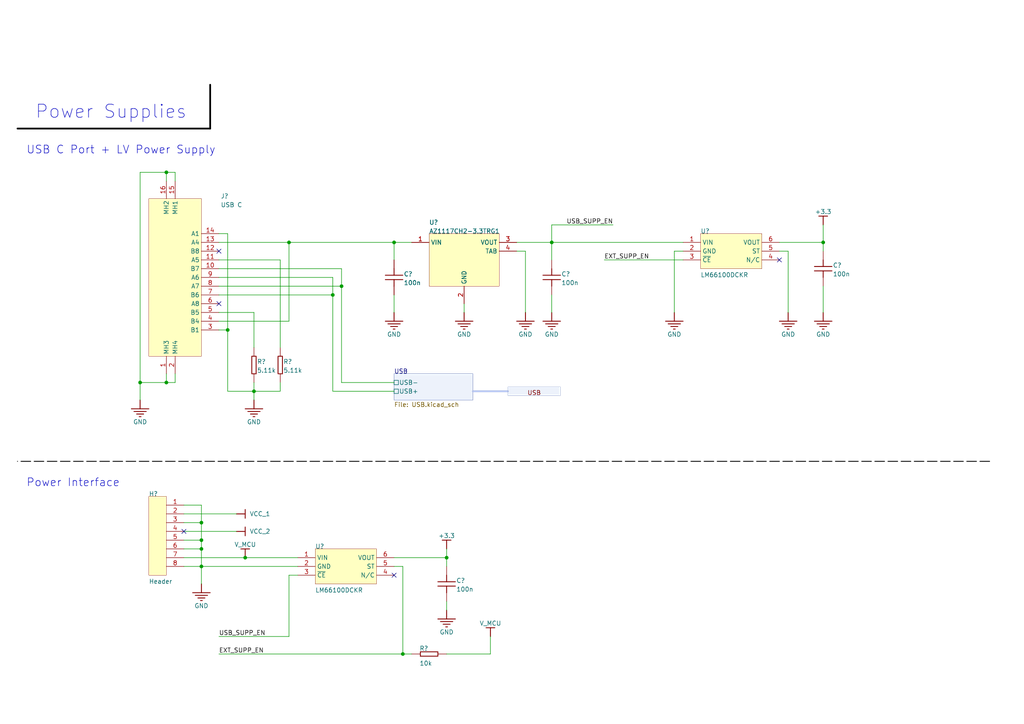
<source format=kicad_sch>
(kicad_sch (version 20231120) (generator "eeschema") (generator_version "8.0")
  (paper "A4")
  (lib_symbols
    (symbol "ESP32_LED_Matrix_Hierarchal-altium-import:+3.3_BAR" (power)
      (property "Reference" "#PWR" (at 0 0 0))
      (property "Value" "+3.3" (at 0 3.81 0))
      (symbol "+3.3_BAR_0_0"
        (polyline (pts (xy -1.27 -2.54) (xy 1.27 -2.54)) (stroke (width 0.254)))
        (polyline (pts (xy 0 0) (xy 0 -2.54)) (stroke (width 0.254)))
        (pin power_in line (at 0 0 0) (length 0) hide (name "+3.3") (number ""))
      )
    )
    (symbol "ESP32_LED_Matrix_Hierarchal-altium-import:GND_POWER_GROUND" (power)
      (property "Reference" "#PWR" (at 0 0 0))
      (property "Value" "GND" (at 0 6.35 0))
      (symbol "GND_POWER_GROUND_0_0"
        (polyline (pts (xy -2.54 -2.54) (xy 2.54 -2.54)) (stroke (width 0.254)))
        (polyline (pts (xy -1.778 -3.302) (xy 1.778 -3.302)) (stroke (width 0.254)))
        (polyline (pts (xy -1.016 -4.064) (xy 1.016 -4.064)) (stroke (width 0.254)))
        (polyline (pts (xy -0.254 -4.826) (xy 0.254 -4.826)) (stroke (width 0.254)))
        (polyline (pts (xy 0 0) (xy 0 -2.54)) (stroke (width 0.254)))
        (pin power_in line (at 0 0 0) (length 0) hide (name "GND") (number ""))
      )
    )
    (symbol "ESP32_LED_Matrix_Hierarchal-altium-import:Power Supply_0_AZ1117CH2-3.3TRG1_1"
      (symbol "Power Supply_0_AZ1117CH2-3.3TRG1_1_1_0"
        (rectangle (start 25.4 2.54) (end 5.08 -12.7) (stroke (width 0.0254) (color 128 0 0 1)) (fill (type background)))
        (pin passive line (at 0 0 0) (length 5.08) (name "VIN") (number "1"))
        (pin passive line (at 15.24 -17.78 90) (length 5.08) (name "GND") (number "2"))
        (pin passive line (at 30.48 0 180) (length 5.08) (name "VOUT") (number "3"))
        (pin passive line (at 30.48 -2.54 180) (length 5.08) (name "TAB") (number "4"))
      )
    )
    (symbol "ESP32_LED_Matrix_Hierarchal-altium-import:Power Supply_0_Capacitor - Non Polarized"
      (symbol "Power Supply_0_Capacitor - Non Polarized_1_0"
        (polyline (pts (xy -2.54 -4.445) (xy 2.54 -4.445)) (stroke (width 0.254)))
        (polyline (pts (xy 0 -7.62) (xy 0 -5.715)) (stroke (width 0.254)))
        (polyline (pts (xy 0 -2.54) (xy 0 -4.445)) (stroke (width 0.254)))
        (polyline (pts (xy 2.54 -5.715) (xy -2.54 -5.715)) (stroke (width 0.254)))
        (pin passive line (at 0 0 270) (length 2.54) (name "") (number "1"))
        (pin passive line (at 0 -10.16 90) (length 2.54) (name "") (number "2"))
      )
    )
    (symbol "ESP32_LED_Matrix_Hierarchal-altium-import:Power Supply_0_LM66100DCKR"
      (symbol "Power Supply_0_LM66100DCKR_1_0"
        (rectangle (start 22.86 2.54) (end 5.08 -7.62) (stroke (width 0.0254) (color 128 0 0 1)) (fill (type background)))
        (pin passive line (at 0 0 0) (length 5.08) (name "VIN") (number "1"))
        (pin passive line (at 0 -2.54 0) (length 5.08) (name "GND") (number "2"))
        (pin passive line (at 0 -5.08 0) (length 5.08) (name "~{CE}") (number "3"))
        (pin passive line (at 27.94 -5.08 180) (length 5.08) (name "N/C") (number "4"))
        (pin passive line (at 27.94 -2.54 180) (length 5.08) (name "ST") (number "5"))
        (pin passive line (at 27.94 0 180) (length 5.08) (name "VOUT") (number "6"))
      )
    )
    (symbol "ESP32_LED_Matrix_Hierarchal-altium-import:Power Supply_0_USB Type C Connector 12 Pin"
      (symbol "Power Supply_0_USB Type C Connector 12 Pin_1_0"
        (rectangle (start 15.24 -5.08) (end 0 -50.8) (stroke (width 0.0254) (color 128 0 0 1)) (fill (type background)))
        (pin passive line (at 5.08 -55.88 90) (length 5.08) (name "MH3") (number "1"))
        (pin passive line (at 20.32 -25.4 180) (length 5.08) (name "B7") (number "10"))
        (pin passive line (at 20.32 -22.86 180) (length 5.08) (name "A5") (number "11"))
        (pin passive line (at 20.32 -20.32 180) (length 5.08) (name "B8") (number "12"))
        (pin passive line (at 20.32 -17.78 180) (length 5.08) (name "A4") (number "13"))
        (pin passive line (at 20.32 -15.24 180) (length 5.08) (name "A1") (number "14"))
        (pin passive line (at 7.62 0 270) (length 5.08) (name "MH1") (number "15"))
        (pin passive line (at 5.08 0 270) (length 5.08) (name "MH2") (number "16"))
        (pin passive line (at 7.62 -55.88 90) (length 5.08) (name "MH4") (number "2"))
        (pin passive line (at 20.32 -43.18 180) (length 5.08) (name "B1") (number "3"))
        (pin passive line (at 20.32 -40.64 180) (length 5.08) (name "B4") (number "4"))
        (pin passive line (at 20.32 -38.1 180) (length 5.08) (name "B5") (number "5"))
        (pin passive line (at 20.32 -35.56 180) (length 5.08) (name "A8") (number "6"))
        (pin passive line (at 20.32 -33.02 180) (length 5.08) (name "B6") (number "7"))
        (pin passive line (at 20.32 -30.48 180) (length 5.08) (name "A7") (number "8"))
        (pin passive line (at 20.32 -27.94 180) (length 5.08) (name "A6") (number "9"))
      )
    )
    (symbol "ESP32_LED_Matrix_Hierarchal-altium-import:Power Supply_0_mirrored_8-Pin Header"
      (symbol "Power Supply_0_mirrored_8-Pin Header_1_0"
        (rectangle (start -5.08 2.54) (end -10.16 -20.32) (stroke (width 0.0254) (color 128 0 0 1)) (fill (type background)))
        (pin passive line (at 0 0 180) (length 5.08) (name "") (number "1"))
        (pin passive line (at 0 -2.54 180) (length 5.08) (name "") (number "2"))
        (pin passive line (at 0 -5.08 180) (length 5.08) (name "") (number "3"))
        (pin passive line (at 0 -7.62 180) (length 5.08) (name "") (number "4"))
        (pin passive line (at 0 -10.16 180) (length 5.08) (name "") (number "5"))
        (pin passive line (at 0 -12.7 180) (length 5.08) (name "") (number "6"))
        (pin passive line (at 0 -15.24 180) (length 5.08) (name "") (number "7"))
        (pin passive line (at 0 -17.78 180) (length 5.08) (name "") (number "8"))
      )
    )
    (symbol "ESP32_LED_Matrix_Hierarchal-altium-import:Power Supply_1_Resistor"
      (symbol "Power Supply_1_Resistor_1_0"
        (polyline (pts (xy 2.54 -0.635) (xy 2.54 0.635) (xy 7.62 0.635) (xy 7.62 -0.635) (xy 2.54 -0.635)) (stroke (width 0.254)))
        (pin passive line (at 0 0 0) (length 2.54) (name "") (number "1"))
        (pin passive line (at 10.16 0 180) (length 2.54) (name "") (number "2"))
      )
    )
    (symbol "ESP32_LED_Matrix_Hierarchal-altium-import:Power Supply_2_Resistor"
      (symbol "Power Supply_2_Resistor_1_0"
        (polyline (pts (xy 0.635 2.54) (xy -0.635 2.54) (xy -0.635 7.62) (xy 0.635 7.62) (xy 0.635 2.54)) (stroke (width 0.254)))
        (pin passive line (at 0 0 90) (length 2.54) (name "") (number "1"))
        (pin passive line (at 0 10.16 270) (length 2.54) (name "") (number "2"))
      )
    )
    (symbol "ESP32_LED_Matrix_Hierarchal-altium-import:VCC_1_BAR" (power)
      (property "Reference" "#PWR" (at 0 0 0))
      (property "Value" "VCC_1" (at 0 3.81 0))
      (symbol "VCC_1_BAR_0_0"
        (polyline (pts (xy -1.27 -2.54) (xy 1.27 -2.54)) (stroke (width 0.254)))
        (polyline (pts (xy 0 0) (xy 0 -2.54)) (stroke (width 0.254)))
        (pin power_in line (at 0 0 0) (length 0) hide (name "VCC_1") (number ""))
      )
    )
    (symbol "ESP32_LED_Matrix_Hierarchal-altium-import:VCC_2_BAR" (power)
      (property "Reference" "#PWR" (at 0 0 0))
      (property "Value" "VCC_2" (at 0 3.81 0))
      (symbol "VCC_2_BAR_0_0"
        (polyline (pts (xy -1.27 -2.54) (xy 1.27 -2.54)) (stroke (width 0.254)))
        (polyline (pts (xy 0 0) (xy 0 -2.54)) (stroke (width 0.254)))
        (pin power_in line (at 0 0 0) (length 0) hide (name "VCC_2") (number ""))
      )
    )
    (symbol "ESP32_LED_Matrix_Hierarchal-altium-import:V_MCU_BAR" (power)
      (property "Reference" "#PWR" (at 0 0 0))
      (property "Value" "V_MCU" (at 0 3.81 0))
      (symbol "V_MCU_BAR_0_0"
        (polyline (pts (xy -1.27 -2.54) (xy 1.27 -2.54)) (stroke (width 0.254)))
        (polyline (pts (xy 0 0) (xy 0 -2.54)) (stroke (width 0.254)))
        (pin power_in line (at 0 0 0) (length 0) hide (name "V_MCU") (number ""))
      )
    )
  )
  (junction (at 99.06 83.0072))
  (junction (at 40.64 110.9472))
  (junction (at 48.26 49.9872))
  (junction (at 116.84 189.6872))
  (junction (at 129.54 161.7472))
  (junction (at 160.02 70.3072))
  (junction (at 114.3 70.3072))
  (junction (at 66.04 95.7072))
  (junction (at 83.82 70.3072))
  (junction (at 73.66 113.4872))
  (junction (at 238.76 70.3072))
  (junction (at 58.42 159.2072))
  (junction (at 96.52 85.5472))
  (junction (at 58.42 156.6672))
  (junction (at 58.42 151.5872))
  (junction (at 58.42 164.2872))
  (junction (at 71.12 161.7472))
  (junction (at 48.26 110.9472))
  (no_connect (at 226.06 75.3872))
  (no_connect (at 114.3 166.8272))
  (no_connect (at 53.34 154.1272))
  (no_connect (at 63.5 72.8472))
  (no_connect (at 63.5 88.0872))
  (wire (pts (xy 114.3 70.3072) (xy 83.82 70.3072)))
  (wire (pts (xy 83.82 184.6072) (xy 83.82 166.8272)))
  (wire (pts (xy 114.3 70.3072) (xy 114.3 75.3872)))
  (wire (pts (xy 83.82 70.3072) (xy 63.5 70.3072)))
  (wire (pts (xy 114.3 164.2872) (xy 116.84 164.2872)))
  (wire (pts (xy 228.6 72.8472) (xy 228.6 90.6272)))
  (wire (pts (xy 114.3 85.5472) (xy 114.3 90.6272)))
  (wire (pts (xy 48.26 49.9872) (xy 48.26 52.5272)))
  (wire (pts (xy 83.82 166.8272) (xy 86.36 166.8272)))
  (wire (pts (xy 160.02 65.2272) (xy 160.02 70.3072)))
  (wire (pts (xy 73.66 100.7872) (xy 73.66 90.6272)))
  (wire (pts (xy 119.38 70.3072) (xy 114.3 70.3072)))
  (wire (pts (xy 53.34 154.1272) (xy 68.58 154.1272)))
  (wire (pts (xy 81.28 110.9472) (xy 81.28 113.4872)))
  (wire (pts (xy 48.26 110.9472) (xy 40.64 110.9472)))
  (wire (pts (xy 53.34 151.5872) (xy 58.42 151.5872)))
  (wire (pts (xy 58.42 159.2072) (xy 58.42 156.6672)))
  (wire (pts (xy 53.34 164.2872) (xy 58.42 164.2872)))
  (wire (pts (xy 63.5 95.7072) (xy 66.04 95.7072)))
  (wire (pts (xy 83.82 70.3072) (xy 83.82 93.1672)))
  (wire (pts (xy 99.06 83.0072) (xy 63.5 83.0072)))
  (wire (pts (xy 238.76 72.8472) (xy 238.76 70.3072)))
  (wire (pts (xy 66.04 95.7072) (xy 66.04 67.7672)))
  (wire (pts (xy 160.02 75.3872) (xy 160.02 70.3072)))
  (wire (pts (xy 63.5 80.4672) (xy 96.52 80.4672)))
  (wire (pts (xy 71.12 161.7472) (xy 86.36 161.7472)))
  (wire (pts (xy 63.5 184.6072) (xy 83.82 184.6072)))
  (wire (pts (xy 53.34 156.6672) (xy 58.42 156.6672)))
  (wire (pts (xy 152.4 90.6272) (xy 152.4 72.8472)))
  (wire (pts (xy 83.82 93.1672) (xy 63.5 93.1672)))
  (wire (pts (xy 58.42 164.2872) (xy 86.36 164.2872)))
  (wire (pts (xy 116.84 189.6872) (xy 63.5 189.6872)))
  (wire (pts (xy 40.64 110.9472) (xy 40.64 116.0272)))
  (wire (pts (xy 160.02 85.5472) (xy 160.02 90.6272)))
  (wire (pts (xy 58.42 159.2072) (xy 53.34 159.2072)))
  (wire (pts (xy 160.02 70.3072) (xy 149.86 70.3072)))
  (wire (pts (xy 195.58 72.8472) (xy 195.58 90.6272)))
  (wire (pts (xy 63.5 75.3872) (xy 81.28 75.3872)))
  (wire (pts (xy 238.76 65.2272) (xy 238.76 70.3072)))
  (wire (pts (xy 96.52 80.4672) (xy 96.52 85.5472)))
  (wire (pts (xy 96.52 85.5472) (xy 63.5 85.5472)))
  (wire (pts (xy 99.06 77.9272) (xy 63.5 77.9272)))
  (polyline (pts (xy 287.02 133.8072) (xy 5.08 133.8072)) (stroke (width 0.254) (type dash) (color 0 0 0 1)))
  (wire (pts (xy 142.24 189.6872) (xy 142.24 184.6072)))
  (polyline (pts (xy 60.96 37.2872) (xy 60.96 24.5872)) (stroke (width 0.508) (type solid) (color 0 0 0 1)))
  (wire (pts (xy 129.54 159.2072) (xy 129.54 161.7472)))
  (wire (pts (xy 81.28 113.4872) (xy 73.66 113.4872)))
  (wire (pts (xy 99.06 83.0072) (xy 99.06 77.9272)))
  (wire (pts (xy 116.84 164.2872) (xy 116.84 189.6872)))
  (wire (pts (xy 160.02 70.3072) (xy 198.12 70.3072)))
  (wire (pts (xy 99.06 110.9472) (xy 99.06 83.0072)))
  (wire (pts (xy 129.54 174.4472) (xy 129.54 176.9872)))
  (wire (pts (xy 66.04 113.4872) (xy 73.66 113.4872)))
  (wire (pts (xy 58.42 156.6672) (xy 58.42 151.5872)))
  (wire (pts (xy 73.66 90.6272) (xy 63.5 90.6272)))
  (wire (pts (xy 226.06 72.8472) (xy 228.6 72.8472)))
  (wire (pts (xy 238.76 83.0072) (xy 238.76 90.6272)))
  (wire (pts (xy 53.34 161.7472) (xy 71.12 161.7472)))
  (wire (pts (xy 198.12 72.8472) (xy 195.58 72.8472)))
  (wire (pts (xy 238.76 70.3072) (xy 226.06 70.3072)))
  (wire (pts (xy 53.34 149.0472) (xy 68.58 149.0472)))
  (wire (pts (xy 81.28 75.3872) (xy 81.28 100.7872)))
  (wire (pts (xy 40.64 110.9472) (xy 40.64 49.9872)))
  (wire (pts (xy 116.84 189.6872) (xy 119.38 189.6872)))
  (wire (pts (xy 58.42 164.2872) (xy 58.42 169.3672)))
  (wire (pts (xy 66.04 95.7072) (xy 66.04 113.4872)))
  (wire (pts (xy 134.62 90.6272) (xy 134.62 88.0872)))
  (wire (pts (xy 73.66 116.0272) (xy 73.66 113.4872)))
  (wire (pts (xy 129.54 189.6872) (xy 142.24 189.6872)))
  (wire (pts (xy 50.8 108.4072) (xy 50.8 110.9472)))
  (wire (pts (xy 73.66 113.4872) (xy 73.66 110.9472)))
  (wire (pts (xy 48.26 49.9872) (xy 50.8 49.9872)))
  (wire (pts (xy 114.3 110.9472) (xy 99.06 110.9472)))
  (wire (pts (xy 96.52 85.5472) (xy 96.52 113.4872)))
  (wire (pts (xy 58.42 146.5072) (xy 53.34 146.5072)))
  (wire (pts (xy 129.54 161.7472) (xy 114.3 161.7472)))
  (wire (pts (xy 129.54 164.2872) (xy 129.54 161.7472)))
  (wire (pts (xy 58.42 164.2872) (xy 58.42 159.2072)))
  (wire (pts (xy 96.52 113.4872) (xy 114.3 113.4872)))
  (wire (pts (xy 152.4 72.8472) (xy 149.86 72.8472)))
  (wire (pts (xy 58.42 151.5872) (xy 58.42 146.5072)))
  (wire (pts (xy 177.8 65.2272) (xy 160.02 65.2272)))
  (wire (pts (xy 40.64 49.9872) (xy 48.26 49.9872)))
  (wire (pts (xy 50.8 49.9872) (xy 50.8 52.5272)))
  (wire (pts (xy 175.26 75.3872) (xy 198.12 75.3872)))
  (wire (pts (xy 50.8 110.9472) (xy 48.26 110.9472)))
  (wire (pts (xy 66.04 67.7672) (xy 63.5 67.7672)))
  (polyline (pts (xy 5.08 37.2872) (xy 60.96 37.2872)) (stroke (width 0.508) (type solid) (color 0 0 0 1)))
  (wire (pts (xy 48.26 110.9472) (xy 48.26 108.4072)))
  (polyline (pts (xy 147.32 113.4872) (xy 137.16 113.4872)) (stroke (width 0.508) (type solid) (color 173 188 231 1)))
  (text_box "USB" (at 147.32 112.2172 0) (size 15.24 2.54) (stroke (width 0.0002) (color 143 158 201 1)) (fill (type color) (color 237 242 251 1)) (effects (font (size 1.27 1.27)) (justify top)))
  (text "Power Interface" (at 7.62 141.4272 0) (effects (font (size 2.286 2.286)) (justify left bottom)))
  (text "USB C Port + LV Power Supply" (at 7.62 44.9072 0) (effects (font (size 2.286 2.286)) (justify left bottom)))
  (text "Power Supplies" (at 10.16 34.7472 0) (effects (font (size 3.81 3.81)) (justify left bottom)))
  (label "EXT_SUPP_EN" (at 175.26 75.3872 0))
  (label "USB_SUPP_EN" (at 177.8 65.2272 180))
  (label "USB_SUPP_EN" (at 63.5 184.6072 0))
  (label "EXT_SUPP_EN" (at 63.5 189.6872 0))
  (symbol (lib_id "ESP32_LED_Matrix_Hierarchal-altium-import:Power Supply_0_AZ1117CH2-3.3TRG1_1") (at 119.38 70.3072 0) (unit 1)
    (property "Reference" "U?" (at 124.46 65.2272 0) (effects (justify left bottom)))
    (property "Value" "AZ1117CH2-3.3TRG1" (at 124.46 67.7672 0) (effects (justify left bottom)))
    (property "Footprint" "SOT223" (effects (hide yes)))
    (property "Description" "3.3V Linear Voltage Regulator" (effects (hide yes)))
  )
  (symbol (lib_id "ESP32_LED_Matrix_Hierarchal-altium-import:GND_POWER_GROUND") (at 195.58 90.6272 0) (unit 1)
    (property "Reference" "#PWR?" (effects (hide yes)))
    (property "Value" "GND" (at 195.58 96.9772 0))
  )
  (symbol (lib_id "ESP32_LED_Matrix_Hierarchal-altium-import:Power Supply_0_Capacitor - Non Polarized") (at 114.3 75.3872 0) (unit 1)
    (property "Reference" "C?" (at 117.094 80.2132 0) (effects (justify left bottom)))
    (property "Value" "100n" (at 117.094 82.7532 0) (effects (justify left bottom)))
    (property "Footprint" "CAP0805" (effects (hide yes)))
    (property "Description" "Non Polarized Capacitor" (effects (hide yes)))
  )
  (symbol (lib_id "ESP32_LED_Matrix_Hierarchal-altium-import:+3.3_BAR") (at 238.76 65.2272 180) (unit 1)
    (property "Reference" "#PWR?" (effects (hide yes)))
    (property "Value" "+3.3" (at 238.76 61.4172 0))
  )
  (symbol (lib_id "ESP32_LED_Matrix_Hierarchal-altium-import:GND_POWER_GROUND") (at 40.64 116.0272 0) (unit 1)
    (property "Reference" "#PWR?" (effects (hide yes)))
    (property "Value" "GND" (at 40.64 122.3772 0))
  )
  (symbol (lib_id "ESP32_LED_Matrix_Hierarchal-altium-import:+3.3_BAR") (at 129.54 159.2072 180) (unit 1)
    (property "Reference" "#PWR?" (effects (hide yes)))
    (property "Value" "+3.3" (at 129.54 155.3972 0))
  )
  (symbol (lib_id "ESP32_LED_Matrix_Hierarchal-altium-import:Power Supply_0_Capacitor - Non Polarized") (at 129.54 164.2872 0) (unit 1)
    (property "Reference" "C?" (at 132.334 169.1132 0) (effects (justify left bottom)))
    (property "Value" "100n" (at 132.334 171.6532 0) (effects (justify left bottom)))
    (property "Footprint" "CAP0805" (effects (hide yes)))
    (property "Description" "Non Polarized Capacitor" (effects (hide yes)))
  )
  (symbol (lib_id "ESP32_LED_Matrix_Hierarchal-altium-import:GND_POWER_GROUND") (at 58.42 169.3672 0) (unit 1)
    (property "Reference" "#PWR?" (effects (hide yes)))
    (property "Value" "GND" (at 58.42 175.7172 0))
  )
  (symbol (lib_id "ESP32_LED_Matrix_Hierarchal-altium-import:GND_POWER_GROUND") (at 238.76 90.6272 0) (unit 1)
    (property "Reference" "#PWR?" (effects (hide yes)))
    (property "Value" "GND" (at 238.76 96.9772 0))
  )
  (symbol (lib_id "ESP32_LED_Matrix_Hierarchal-altium-import:Power Supply_0_USB Type C Connector 12 Pin") (at 43.18 52.5272 0) (unit 1)
    (property "Reference" "J?" (at 64.008 57.6072 0) (effects (justify left bottom)))
    (property "Value" "USB C" (at 64.008 60.1472 0) (effects (justify left bottom)))
    (property "Footprint" "USB TYPE C 12 PIN" (effects (hide yes)))
  )
  (symbol (lib_id "ESP32_LED_Matrix_Hierarchal-altium-import:Power Supply_0_LM66100DCKR") (at 86.36 161.7472 0) (unit 1)
    (property "Reference" "U?" (at 91.44 159.2072 0) (effects (justify left bottom)))
    (property "Value" "LM66100DCKR" (at 91.44 171.9072 0) (effects (justify left bottom)))
    (property "Footprint" "SC70-6" (effects (hide yes)))
    (property "Description" "5.5-V, 1.5-A 79-mΩ, Low IQ Ideal Diode With Input Polarity Protection" (effects (hide yes)))
    (property "DATASHEET LINK" "http://www.ti.com/lit/gpn/LM66100" (effects (hide yes)))
    (property "HEIGHT" "1.1mm" (effects (hide yes)))
    (property "MANUFACTURER_NAME" "Texas Instruments" (effects (hide yes)))
    (property "MANUFACTURER_PART_NUMBER" "LM66100DCKR" (effects (hide yes)))
    (property "MOUSER PART NUMBER" "595-LM66100DCKR" (effects (hide yes)))
    (property "MOUSER PRICE/STOCK" "https://www.mouser.co.uk/ProductDetail/Texas-Instruments/LM66100DCKR?qs=vLWxofP3U2y2yPPrXoBBoA%3D%3D" (effects (hide yes)))
    (property "ARROW PART NUMBER" "LM66100DCKR" (effects (hide yes)))
    (property "ARROW PRICE/STOCK" "https://www.arrow.com/en/products/lm66100dckr/texas-instruments?region=nac" (effects (hide yes)))
  )
  (symbol (lib_id "ESP32_LED_Matrix_Hierarchal-altium-import:V_MCU_BAR") (at 142.24 184.6072 180) (unit 1)
    (property "Reference" "#PWR?" (effects (hide yes)))
    (property "Value" "V_MCU" (at 142.24 180.7972 0))
  )
  (symbol (lib_id "ESP32_LED_Matrix_Hierarchal-altium-import:VCC_1_BAR") (at 68.58 149.0472 90) (unit 1)
    (property "Reference" "#PWR?" (effects (hide yes)))
    (property "Value" "VCC_1" (at 72.39 149.0472 90) (effects (justify right)))
  )
  (symbol (lib_id "ESP32_LED_Matrix_Hierarchal-altium-import:GND_POWER_GROUND") (at 114.3 90.6272 0) (unit 1)
    (property "Reference" "#PWR?" (effects (hide yes)))
    (property "Value" "GND" (at 114.3 96.9772 0))
  )
  (symbol (lib_id "ESP32_LED_Matrix_Hierarchal-altium-import:Power Supply_2_Resistor") (at 73.66 110.9472 0) (unit 1)
    (property "Reference" "R?" (at 74.549 105.6132 0) (effects (justify left bottom)))
    (property "Value" "5.11k" (at 74.549 108.1532 0) (effects (justify left bottom)))
    (property "Footprint" "RESC0805" (effects (hide yes)))
    (property "Description" "Resistor" (effects (hide yes)))
  )
  (symbol (lib_id "ESP32_LED_Matrix_Hierarchal-altium-import:GND_POWER_GROUND") (at 228.6 90.6272 0) (unit 1)
    (property "Reference" "#PWR?" (effects (hide yes)))
    (property "Value" "GND" (at 228.6 96.9772 0))
  )
  (symbol (lib_id "ESP32_LED_Matrix_Hierarchal-altium-import:Power Supply_2_Resistor") (at 81.28 110.9472 0) (unit 1)
    (property "Reference" "R?" (at 82.169 105.6132 0) (effects (justify left bottom)))
    (property "Value" "5.11k" (at 82.169 108.1532 0) (effects (justify left bottom)))
    (property "Footprint" "RESC0805" (effects (hide yes)))
    (property "Description" "Resistor" (effects (hide yes)))
  )
  (symbol (lib_id "ESP32_LED_Matrix_Hierarchal-altium-import:Power Supply_0_mirrored_8-Pin Header") (at 53.34 146.5072 0) (unit 1)
    (property "Reference" "H?" (at 43.18 143.9672 0) (effects (justify left bottom)))
    (property "Value" "Header" (at 43.18 169.3672 0) (effects (justify left bottom)))
    (property "Footprint" "Header_1X8" (effects (hide yes)))
    (property "Description" "8-Pin Header" (effects (hide yes)))
    (property "SYSTEM" "Connector" (effects (hide yes)))
  )
  (symbol (lib_id "ESP32_LED_Matrix_Hierarchal-altium-import:V_MCU_BAR") (at 71.12 161.7472 180) (unit 1)
    (property "Reference" "#PWR?" (effects (hide yes)))
    (property "Value" "V_MCU" (at 71.12 157.9372 0))
  )
  (symbol (lib_id "ESP32_LED_Matrix_Hierarchal-altium-import:Power Supply_0_LM66100DCKR") (at 198.12 70.3072 0) (unit 1)
    (property "Reference" "U?" (at 203.2 67.7672 0) (effects (justify left bottom)))
    (property "Value" "LM66100DCKR" (at 203.2 80.4672 0) (effects (justify left bottom)))
    (property "Footprint" "SC70-6" (effects (hide yes)))
    (property "Description" "5.5-V, 1.5-A 79-mΩ, Low IQ Ideal Diode With Input Polarity Protection" (effects (hide yes)))
    (property "DATASHEET LINK" "http://www.ti.com/lit/gpn/LM66100" (effects (hide yes)))
    (property "HEIGHT" "1.1mm" (effects (hide yes)))
    (property "MANUFACTURER_NAME" "Texas Instruments" (effects (hide yes)))
    (property "MANUFACTURER_PART_NUMBER" "LM66100DCKR" (effects (hide yes)))
    (property "MOUSER PART NUMBER" "595-LM66100DCKR" (effects (hide yes)))
    (property "MOUSER PRICE/STOCK" "https://www.mouser.co.uk/ProductDetail/Texas-Instruments/LM66100DCKR?qs=vLWxofP3U2y2yPPrXoBBoA%3D%3D" (effects (hide yes)))
    (property "ARROW PART NUMBER" "LM66100DCKR" (effects (hide yes)))
    (property "ARROW PRICE/STOCK" "https://www.arrow.com/en/products/lm66100dckr/texas-instruments?region=nac" (effects (hide yes)))
  )
  (symbol (lib_id "ESP32_LED_Matrix_Hierarchal-altium-import:GND_POWER_GROUND") (at 73.66 116.0272 0) (unit 1)
    (property "Reference" "#PWR?" (effects (hide yes)))
    (property "Value" "GND" (at 73.66 122.3772 0))
  )
  (symbol (lib_id "ESP32_LED_Matrix_Hierarchal-altium-import:GND_POWER_GROUND") (at 152.4 90.6272 0) (unit 1)
    (property "Reference" "#PWR?" (effects (hide yes)))
    (property "Value" "GND" (at 152.4 96.9772 0))
  )
  (symbol (lib_id "ESP32_LED_Matrix_Hierarchal-altium-import:VCC_2_BAR") (at 68.58 154.1272 90) (unit 1)
    (property "Reference" "#PWR?" (effects (hide yes)))
    (property "Value" "VCC_2" (at 72.39 154.1272 90) (effects (justify right)))
  )
  (symbol (lib_id "ESP32_LED_Matrix_Hierarchal-altium-import:GND_POWER_GROUND") (at 129.54 176.9872 0) (unit 1)
    (property "Reference" "#PWR?" (effects (hide yes)))
    (property "Value" "GND" (at 129.54 183.3372 0))
  )
  (symbol (lib_id "ESP32_LED_Matrix_Hierarchal-altium-import:Power Supply_1_Resistor") (at 119.38 189.6872 0) (unit 1)
    (property "Reference" "R?" (at 121.666 188.7982 0) (effects (justify left bottom)))
    (property "Value" "10k" (at 121.666 193.1162 0) (effects (justify left bottom)))
    (property "Footprint" "RESC0805" (effects (hide yes)))
    (property "Description" "Resistor" (effects (hide yes)))
  )
  (symbol (lib_id "ESP32_LED_Matrix_Hierarchal-altium-import:Power Supply_0_Capacitor - Non Polarized") (at 238.76 72.8472 0) (unit 1)
    (property "Reference" "C?" (at 241.554 77.6732 0) (effects (justify left bottom)))
    (property "Value" "100n" (at 241.554 80.2132 0) (effects (justify left bottom)))
    (property "Footprint" "CAP0805" (effects (hide yes)))
    (property "Description" "Non Polarized Capacitor" (effects (hide yes)))
  )
  (symbol (lib_id "ESP32_LED_Matrix_Hierarchal-altium-import:Power Supply_0_Capacitor - Non Polarized") (at 160.02 75.3872 0) (unit 1)
    (property "Reference" "C?" (at 162.814 80.2132 0) (effects (justify left bottom)))
    (property "Value" "100n" (at 162.814 82.7532 0) (effects (justify left bottom)))
    (property "Footprint" "CAP0805" (effects (hide yes)))
    (property "Description" "Non Polarized Capacitor" (effects (hide yes)))
  )
  (symbol (lib_id "ESP32_LED_Matrix_Hierarchal-altium-import:GND_POWER_GROUND") (at 160.02 90.6272 0) (unit 1)
    (property "Reference" "#PWR?" (effects (hide yes)))
    (property "Value" "GND" (at 160.02 96.9772 0))
  )
  (symbol (lib_id "ESP32_LED_Matrix_Hierarchal-altium-import:GND_POWER_GROUND") (at 134.62 90.6272 0) (unit 1)
    (property "Reference" "#PWR?" (effects (hide yes)))
    (property "Value" "GND" (at 134.62 96.9772 0))
  )
  (sheet (at 114.3 108.4072) (size 22.86 7.62) (stroke (width 0) (color 143 158 201 1)) (fill (color 237 242 251 1.0000))
    (property "Sheetname" "USB" (at 114.3 108.4072 0) (effects (justify left bottom)))
    (property "Sheetfile" "USB.kicad_sch" (at 114.3 116.6118 0) (effects (justify left top)))
    (pin "USB-" passive (at 114.3 110.9472 180))
    (pin "USB+" passive (at 114.3 113.4872 180))
  )
)
</source>
